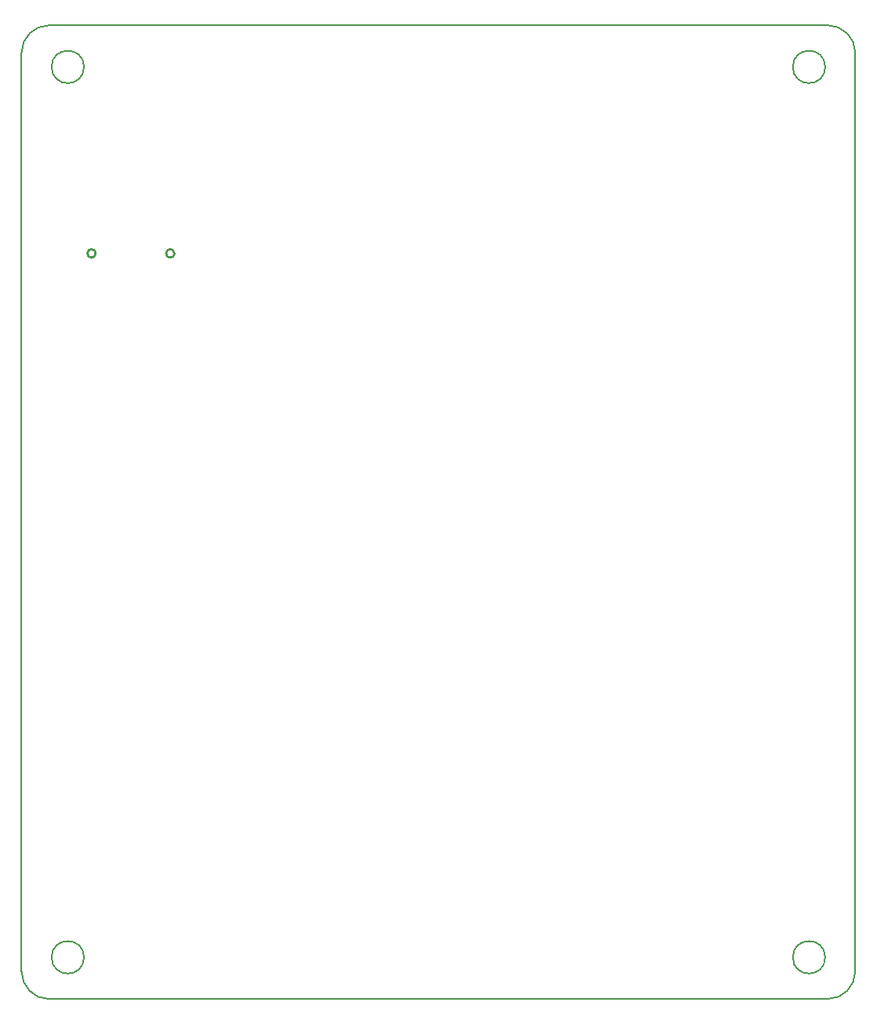
<source format=gm1>
%FSLAX25Y25*%
%MOIN*%
G70*
G01*
G75*
G04 Layer_Color=16711935*
%ADD10C,0.01000*%
%ADD11C,0.02000*%
%ADD12C,0.02000*%
%ADD13R,0.02756X0.03347*%
%ADD14R,0.03347X0.02756*%
%ADD15R,0.03937X0.02362*%
G04:AMPARAMS|DCode=16|XSize=39.37mil|YSize=41.34mil|CornerRadius=5.91mil|HoleSize=0mil|Usage=FLASHONLY|Rotation=180.000|XOffset=0mil|YOffset=0mil|HoleType=Round|Shape=RoundedRectangle|*
%AMROUNDEDRECTD16*
21,1,0.03937,0.02953,0,0,180.0*
21,1,0.02756,0.04134,0,0,180.0*
1,1,0.01181,-0.01378,0.01476*
1,1,0.01181,0.01378,0.01476*
1,1,0.01181,0.01378,-0.01476*
1,1,0.01181,-0.01378,-0.01476*
%
%ADD16ROUNDEDRECTD16*%
G04:AMPARAMS|DCode=17|XSize=41.34mil|YSize=86.61mil|CornerRadius=6.2mil|HoleSize=0mil|Usage=FLASHONLY|Rotation=180.000|XOffset=0mil|YOffset=0mil|HoleType=Round|Shape=RoundedRectangle|*
%AMROUNDEDRECTD17*
21,1,0.04134,0.07421,0,0,180.0*
21,1,0.02894,0.08661,0,0,180.0*
1,1,0.01240,-0.01447,0.03711*
1,1,0.01240,0.01447,0.03711*
1,1,0.01240,0.01447,-0.03711*
1,1,0.01240,-0.01447,-0.03711*
%
%ADD17ROUNDEDRECTD17*%
%ADD18R,0.07874X0.07874*%
%ADD19R,0.07087X0.03937*%
%ADD20R,0.02000X0.05000*%
%ADD21R,0.02362X0.03937*%
%ADD22R,0.05906X0.05906*%
%ADD23R,0.07874X0.07874*%
%ADD24R,0.02559X0.05315*%
%ADD25R,0.03937X0.05118*%
%ADD26R,0.05118X0.03937*%
G04:AMPARAMS|DCode=27|XSize=157.48mil|YSize=59.06mil|CornerRadius=8.86mil|HoleSize=0mil|Usage=FLASHONLY|Rotation=180.000|XOffset=0mil|YOffset=0mil|HoleType=Round|Shape=RoundedRectangle|*
%AMROUNDEDRECTD27*
21,1,0.15748,0.04134,0,0,180.0*
21,1,0.13976,0.05906,0,0,180.0*
1,1,0.01772,-0.06988,0.02067*
1,1,0.01772,0.06988,0.02067*
1,1,0.01772,0.06988,-0.02067*
1,1,0.01772,-0.06988,-0.02067*
%
%ADD27ROUNDEDRECTD27*%
%ADD28R,0.06299X0.03543*%
%ADD29R,0.03543X0.06299*%
%ADD30R,0.01969X0.09843*%
%ADD31R,0.03937X0.03150*%
%ADD32R,0.03150X0.03937*%
%ADD33R,0.09843X0.11811*%
%ADD34O,0.07087X0.02362*%
%ADD35O,0.02362X0.07087*%
%ADD36R,0.01575X0.03347*%
%ADD37R,0.01378X0.01181*%
%ADD38R,0.01378X0.00984*%
%ADD39R,0.01181X0.01181*%
%ADD40O,0.02500X0.05500*%
%ADD41R,0.02500X0.05500*%
%ADD42R,0.05000X0.05000*%
%ADD43R,0.07874X0.05000*%
G04:AMPARAMS|DCode=44|XSize=45mil|YSize=65mil|CornerRadius=5.63mil|HoleSize=0mil|Usage=FLASHONLY|Rotation=270.000|XOffset=0mil|YOffset=0mil|HoleType=Round|Shape=RoundedRectangle|*
%AMROUNDEDRECTD44*
21,1,0.04500,0.05375,0,0,270.0*
21,1,0.03375,0.06500,0,0,270.0*
1,1,0.01125,-0.02688,-0.01688*
1,1,0.01125,-0.02688,0.01688*
1,1,0.01125,0.02688,0.01688*
1,1,0.01125,0.02688,-0.01688*
%
%ADD44ROUNDEDRECTD44*%
%ADD45R,0.07874X0.06693*%
%ADD46O,0.06299X0.01181*%
%ADD47O,0.01181X0.06299*%
%ADD48R,0.06299X0.01181*%
%ADD49R,0.02559X0.04843*%
%ADD50R,0.02756X0.08268*%
%ADD51C,0.00800*%
%ADD52C,0.04000*%
%ADD53C,0.01200*%
%ADD54R,0.09200X0.08300*%
%ADD55R,0.49000X0.11200*%
%ADD56R,0.07000X0.08100*%
%ADD57R,0.06200X0.16300*%
%ADD58R,0.25800X0.06600*%
%ADD59R,0.08400X0.20000*%
%ADD60C,0.00500*%
%ADD61C,0.05906*%
%ADD62R,0.05906X0.05906*%
%ADD63R,0.07874X0.11811*%
%ADD64O,0.07874X0.11811*%
%ADD65C,0.03937*%
%ADD66O,0.11811X0.07874*%
%ADD67R,0.11811X0.07874*%
%ADD68C,0.03000*%
%ADD69C,0.04000*%
G04:AMPARAMS|DCode=70|XSize=23.62mil|YSize=25.59mil|CornerRadius=3.54mil|HoleSize=0mil|Usage=FLASHONLY|Rotation=90.000|XOffset=0mil|YOffset=0mil|HoleType=Round|Shape=RoundedRectangle|*
%AMROUNDEDRECTD70*
21,1,0.02362,0.01850,0,0,90.0*
21,1,0.01654,0.02559,0,0,90.0*
1,1,0.00709,0.00925,0.00827*
1,1,0.00709,0.00925,-0.00827*
1,1,0.00709,-0.00925,-0.00827*
1,1,0.00709,-0.00925,0.00827*
%
%ADD70ROUNDEDRECTD70*%
G04:AMPARAMS|DCode=71|XSize=23.62mil|YSize=25.59mil|CornerRadius=3.54mil|HoleSize=0mil|Usage=FLASHONLY|Rotation=180.000|XOffset=0mil|YOffset=0mil|HoleType=Round|Shape=RoundedRectangle|*
%AMROUNDEDRECTD71*
21,1,0.02362,0.01850,0,0,180.0*
21,1,0.01654,0.02559,0,0,180.0*
1,1,0.00709,-0.00827,0.00925*
1,1,0.00709,0.00827,0.00925*
1,1,0.00709,0.00827,-0.00925*
1,1,0.00709,-0.00827,-0.00925*
%
%ADD71ROUNDEDRECTD71*%
%ADD72R,0.05000X0.02000*%
%ADD73R,0.03937X0.07087*%
%ADD74C,0.03000*%
%ADD75C,0.05000*%
%ADD76R,0.27900X0.11200*%
%ADD77R,0.23200X0.07700*%
%ADD78R,0.07100X0.27500*%
%ADD79C,0.02362*%
%ADD80C,0.00984*%
%ADD81C,0.00787*%
%ADD82C,0.00300*%
%ADD83C,0.01969*%
%ADD84C,0.00394*%
%ADD85C,0.00400*%
%ADD86C,0.00493*%
%ADD87C,0.00700*%
%ADD88R,0.02228X0.02472*%
%ADD89R,0.04800X0.00800*%
%ADD90R,0.03600X0.00700*%
%ADD91R,0.02400X0.00600*%
%ADD92R,0.01500X0.00500*%
%ADD93R,0.03556X0.04147*%
%ADD94R,0.04147X0.03556*%
%ADD95R,0.04737X0.03162*%
G04:AMPARAMS|DCode=96|XSize=47.37mil|YSize=49.34mil|CornerRadius=7.11mil|HoleSize=0mil|Usage=FLASHONLY|Rotation=180.000|XOffset=0mil|YOffset=0mil|HoleType=Round|Shape=RoundedRectangle|*
%AMROUNDEDRECTD96*
21,1,0.04737,0.03513,0,0,180.0*
21,1,0.03316,0.04934,0,0,180.0*
1,1,0.01421,-0.01658,0.01756*
1,1,0.01421,0.01658,0.01756*
1,1,0.01421,0.01658,-0.01756*
1,1,0.01421,-0.01658,-0.01756*
%
%ADD96ROUNDEDRECTD96*%
G04:AMPARAMS|DCode=97|XSize=49.34mil|YSize=94.61mil|CornerRadius=7.4mil|HoleSize=0mil|Usage=FLASHONLY|Rotation=180.000|XOffset=0mil|YOffset=0mil|HoleType=Round|Shape=RoundedRectangle|*
%AMROUNDEDRECTD97*
21,1,0.04934,0.07981,0,0,180.0*
21,1,0.03454,0.09461,0,0,180.0*
1,1,0.01480,-0.01727,0.03991*
1,1,0.01480,0.01727,0.03991*
1,1,0.01480,0.01727,-0.03991*
1,1,0.01480,-0.01727,-0.03991*
%
%ADD97ROUNDEDRECTD97*%
%ADD98R,0.08674X0.08674*%
%ADD99R,0.07887X0.04737*%
%ADD100R,0.02800X0.05800*%
%ADD101R,0.03162X0.04737*%
%ADD102R,0.06706X0.06706*%
%ADD103R,0.08674X0.08674*%
%ADD104R,0.03359X0.06115*%
%ADD105R,0.04737X0.05918*%
%ADD106R,0.05918X0.04737*%
G04:AMPARAMS|DCode=107|XSize=165.48mil|YSize=67.06mil|CornerRadius=10.06mil|HoleSize=0mil|Usage=FLASHONLY|Rotation=180.000|XOffset=0mil|YOffset=0mil|HoleType=Round|Shape=RoundedRectangle|*
%AMROUNDEDRECTD107*
21,1,0.16548,0.04694,0,0,180.0*
21,1,0.14536,0.06706,0,0,180.0*
1,1,0.02012,-0.07268,0.02347*
1,1,0.02012,0.07268,0.02347*
1,1,0.02012,0.07268,-0.02347*
1,1,0.02012,-0.07268,-0.02347*
%
%ADD107ROUNDEDRECTD107*%
%ADD108R,0.07099X0.04343*%
%ADD109R,0.04343X0.07099*%
%ADD110R,0.02769X0.10642*%
%ADD111R,0.04737X0.03950*%
%ADD112R,0.03950X0.04737*%
%ADD113R,0.10642X0.12611*%
%ADD114O,0.07887X0.03162*%
%ADD115O,0.03162X0.07887*%
%ADD116R,0.02375X0.04147*%
%ADD117R,0.02178X0.01981*%
%ADD118R,0.02178X0.01784*%
%ADD119R,0.01981X0.01981*%
%ADD120O,0.03300X0.06300*%
%ADD121R,0.03300X0.06300*%
%ADD122R,0.05800X0.05800*%
%ADD123R,0.08674X0.05800*%
G04:AMPARAMS|DCode=124|XSize=53mil|YSize=73mil|CornerRadius=6.63mil|HoleSize=0mil|Usage=FLASHONLY|Rotation=270.000|XOffset=0mil|YOffset=0mil|HoleType=Round|Shape=RoundedRectangle|*
%AMROUNDEDRECTD124*
21,1,0.05300,0.05975,0,0,270.0*
21,1,0.03975,0.07300,0,0,270.0*
1,1,0.01325,-0.02988,-0.01988*
1,1,0.01325,-0.02988,0.01988*
1,1,0.01325,0.02988,0.01988*
1,1,0.01325,0.02988,-0.01988*
%
%ADD124ROUNDEDRECTD124*%
%ADD125R,0.08674X0.07493*%
%ADD126O,0.07099X0.01981*%
%ADD127O,0.01981X0.07099*%
%ADD128R,0.07099X0.01981*%
%ADD129R,0.03359X0.05643*%
%ADD130R,0.03556X0.09068*%
%ADD131C,0.06706*%
%ADD132R,0.06706X0.06706*%
%ADD133R,0.08674X0.12611*%
%ADD134O,0.08674X0.12611*%
%ADD135C,0.04737*%
%ADD136O,0.12611X0.08674*%
%ADD137R,0.12611X0.08674*%
G04:AMPARAMS|DCode=138|XSize=31.62mil|YSize=33.59mil|CornerRadius=4.74mil|HoleSize=0mil|Usage=FLASHONLY|Rotation=90.000|XOffset=0mil|YOffset=0mil|HoleType=Round|Shape=RoundedRectangle|*
%AMROUNDEDRECTD138*
21,1,0.03162,0.02410,0,0,90.0*
21,1,0.02214,0.03359,0,0,90.0*
1,1,0.00949,0.01205,0.01107*
1,1,0.00949,0.01205,-0.01107*
1,1,0.00949,-0.01205,-0.01107*
1,1,0.00949,-0.01205,0.01107*
%
%ADD138ROUNDEDRECTD138*%
G04:AMPARAMS|DCode=139|XSize=31.62mil|YSize=33.59mil|CornerRadius=4.74mil|HoleSize=0mil|Usage=FLASHONLY|Rotation=180.000|XOffset=0mil|YOffset=0mil|HoleType=Round|Shape=RoundedRectangle|*
%AMROUNDEDRECTD139*
21,1,0.03162,0.02410,0,0,180.0*
21,1,0.02214,0.03359,0,0,180.0*
1,1,0.00949,-0.01107,0.01205*
1,1,0.00949,0.01107,0.01205*
1,1,0.00949,0.01107,-0.01205*
1,1,0.00949,-0.01107,-0.01205*
%
%ADD139ROUNDEDRECTD139*%
%ADD140R,0.05800X0.02800*%
%ADD141R,0.04737X0.07887*%
%ADD142R,0.05100X0.04800*%
D10*
X19716Y316481D02*
G03*
X19716Y316481I-1772J0D01*
G01*
X53181D02*
G03*
X53181Y316481I-1772J0D01*
G01*
X19716D02*
G03*
X19716Y316481I-1772J0D01*
G01*
X53181D02*
G03*
X53181Y316481I-1772J0D01*
G01*
D60*
X330709Y0D02*
G03*
X342520Y11811I0J11811D01*
G01*
X-11811D02*
G03*
X0Y0I11811J0D01*
G01*
X342520Y401575D02*
G03*
X330709Y413386I-11811J0D01*
G01*
X0D02*
G03*
X-11811Y401575I0J-11811D01*
G01*
X14764Y395670D02*
G03*
X14764Y395670I-6890J0D01*
G01*
X329725D02*
G03*
X329725Y395670I-6890J0D01*
G01*
Y17717D02*
G03*
X329725Y17717I-6890J0D01*
G01*
X14764D02*
G03*
X14764Y17717I-6890J0D01*
G01*
X-11811Y347999D02*
Y366326D01*
Y11811D02*
Y39370D01*
X0Y413386D02*
X330709D01*
X342520Y11811D02*
Y401575D01*
X0Y0D02*
X330709D01*
X-11811Y11811D02*
Y401575D01*
X330709Y0D02*
G03*
X342520Y11811I0J11811D01*
G01*
X-11811D02*
G03*
X0Y0I11811J0D01*
G01*
X342520Y401575D02*
G03*
X330709Y413386I-11811J0D01*
G01*
X0D02*
G03*
X-11811Y401575I0J-11811D01*
G01*
X14764Y395670D02*
G03*
X14764Y395670I-6890J0D01*
G01*
X329725D02*
G03*
X329725Y395670I-6890J0D01*
G01*
Y17717D02*
G03*
X329725Y17717I-6890J0D01*
G01*
X14764D02*
G03*
X14764Y17717I-6890J0D01*
G01*
X-11811Y347999D02*
Y366326D01*
Y11811D02*
Y39370D01*
X0Y413386D02*
X330709D01*
X342520Y11811D02*
Y401575D01*
X0Y0D02*
X330709D01*
X-11811Y11811D02*
Y401575D01*
M02*

</source>
